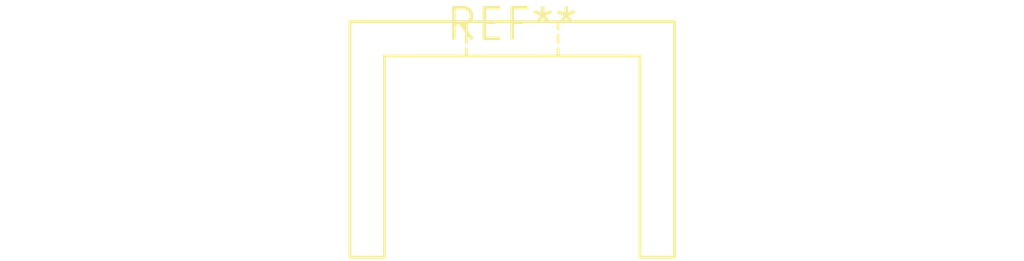
<source format=kicad_pcb>
(kicad_pcb (version 20240108) (generator pcbnew)
  (layers (0 "F.Cu" signal) (31 "B.Cu" signal) (34 "B.Paste" user) (35 "F.Paste" user) (36 "B.SilkS" user "B.Silkscreen") (37 "F.SilkS" user "F.Silkscreen") (38 "B.Mask" user) (39 "F.Mask" user) (44 "Edge.Cuts" user))
  (net 0 "")
  (footprint "Heatsink_Stonecold_HS-S02_13.21x9.53mm" (layer "F.Cu") (at 0 0)
    (property "Reference" "REF**")
    (property "Value" "Heatsink_Stonecold_HS-S02_13.21x9.53mm")
    (fp_line (start -6.72 -0.11) (end -6.72 9.64) (layer "F.SilkS") (stroke (width 0.12)))
    (fp_line (start -6.72 -0.11) (end 6.72 -0.11) (layer "F.SilkS") (stroke (width 0.12)))
    (fp_line (start -6.72 9.64) (end -5.29 9.64) (layer "F.SilkS") (stroke (width 0.12)))
    (fp_line (start -5.29 1.31) (end 5.29 1.31) (layer "F.SilkS") (stroke (width 0.12)))
    (fp_line (start -5.29 9.64) (end -5.29 1.31) (layer "F.SilkS") (stroke (width 0.12)))
    (fp_line (start -1.9 -0.11) (end -1.9 0.19) (layer "F.SilkS") (stroke (width 0.12)))
    (fp_line (start -1.9 0.45) (end -1.9 0.75) (layer "F.SilkS") (stroke (width 0.12)))
    (fp_line (start -1.9 1.01) (end -1.9 1.31) (layer "F.SilkS") (stroke (width 0.12)))
    (fp_line (start 1.9 -0.11) (end 1.9 0.19) (layer "F.SilkS") (stroke (width 0.12)))
    (fp_line (start 1.9 0.45) (end 1.9 0.75) (layer "F.SilkS") (stroke (width 0.12)))
    (fp_line (start 1.9 1.01) (end 1.9 1.31) (layer "F.SilkS") (stroke (width 0.12)))
    (fp_line (start 5.29 1.31) (end 5.29 9.64) (layer "F.SilkS") (stroke (width 0.12)))
    (fp_line (start 5.29 9.64) (end 6.72 9.64) (layer "F.SilkS") (stroke (width 0.12)))
    (fp_line (start 6.72 -0.11) (end 6.72 9.64) (layer "F.SilkS") (stroke (width 0.12)))
  )
)
</source>
